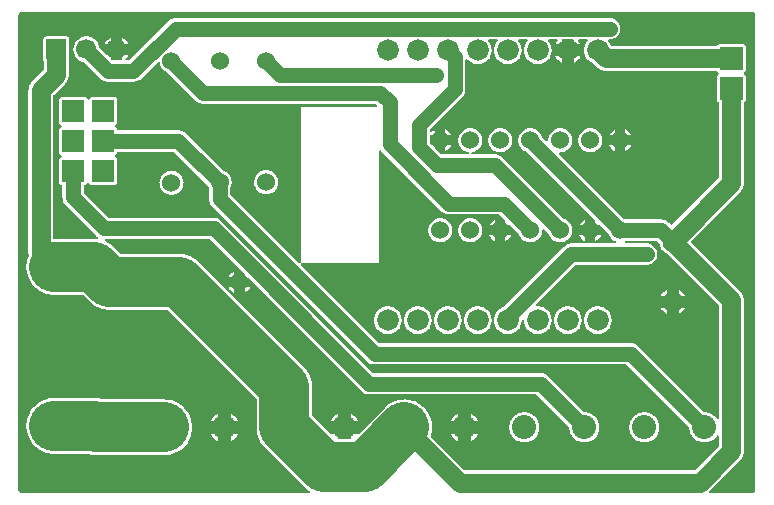
<source format=gtl>
G04 Layer: TopLayer*
G04 EasyEDA v6.4.20.6, 2021-07-29T18:27:26+02:00*
G04 b234656e15784b60829a7703d43b9120,4245c91a3b6e4cf7aa995480f5c7e4a3,10*
G04 Gerber Generator version 0.2*
G04 Scale: 100 percent, Rotated: No, Reflected: No *
G04 Dimensions in millimeters *
G04 leading zeros omitted , absolute positions ,4 integer and 5 decimal *
%FSLAX45Y45*%
%MOMM*%

%ADD11C,1.6000*%
%ADD12C,1.3000*%
%ADD13C,4.2000*%
%ADD14C,1.0000*%
%ADD15C,0.7000*%
%ADD17C,1.7000*%
%ADD18C,1.8288*%
%ADD19C,1.5240*%
%ADD21C,2.0320*%
%ADD22C,1.7780*%
%ADD23R,1.8796X1.8796*%
%ADD24C,2.0000*%

%LPD*%
G36*
X5826963Y11574526D02*
G01*
X5822950Y11575694D01*
X5819800Y11578386D01*
X5810250Y11590578D01*
X5799378Y11601450D01*
X5787288Y11610898D01*
X5774131Y11618874D01*
X5760110Y11625173D01*
X5745429Y11629745D01*
X5730341Y11632488D01*
X5719876Y11633149D01*
X5716320Y11634012D01*
X5713323Y11636095D01*
X5156962Y12192406D01*
X5147614Y12200636D01*
X5137302Y12207443D01*
X5128666Y12211710D01*
X5126126Y12212777D01*
X5114340Y12216536D01*
X5102148Y12218670D01*
X5092446Y12219178D01*
X2964535Y12219178D01*
X2960624Y12219940D01*
X2957372Y12222124D01*
X2298954Y12880543D01*
X2296769Y12883794D01*
X2296007Y12887706D01*
X2296769Y12891617D01*
X2298954Y12894868D01*
X2302256Y12897104D01*
X2306167Y12897866D01*
X2958084Y12897866D01*
X2959100Y12898882D01*
X2959100Y13841780D01*
X2959963Y13845895D01*
X2962402Y13849299D01*
X2966008Y13851432D01*
X2970174Y13851890D01*
X2974187Y13850670D01*
X2977337Y13847927D01*
X2979928Y13844524D01*
X2986379Y13837412D01*
X3486912Y13336879D01*
X3496259Y13328650D01*
X3506571Y13321842D01*
X3515207Y13317575D01*
X3517747Y13316508D01*
X3529533Y13312749D01*
X3541725Y13310616D01*
X3551428Y13310107D01*
X3973423Y13310107D01*
X3977335Y13309346D01*
X3980637Y13307161D01*
X4028287Y13259460D01*
X4030472Y13256158D01*
X4031234Y13252246D01*
X4031234Y13219430D01*
X4064050Y13219430D01*
X4067911Y13218668D01*
X4071213Y13216432D01*
X4142587Y13145007D01*
X4144975Y13141198D01*
X4147058Y13135203D01*
X4153204Y13123062D01*
X4160875Y13111886D01*
X4170019Y13101777D01*
X4180382Y13092988D01*
X4191863Y13085673D01*
X4204208Y13079933D01*
X4217212Y13075919D01*
X4230624Y13073684D01*
X4244187Y13073227D01*
X4257751Y13074548D01*
X4270959Y13077698D01*
X4283659Y13082625D01*
X4295597Y13089128D01*
X4306519Y13097205D01*
X4316323Y13106654D01*
X4324756Y13117372D01*
X4331665Y13129056D01*
X4336999Y13141553D01*
X4340606Y13154710D01*
X4342384Y13168172D01*
X4342384Y13174624D01*
X4343196Y13178536D01*
X4345381Y13181838D01*
X4348683Y13184022D01*
X4352544Y13184784D01*
X4356455Y13184022D01*
X4359757Y13181838D01*
X4396587Y13144957D01*
X4398975Y13141147D01*
X4401058Y13135203D01*
X4407204Y13123062D01*
X4414875Y13111886D01*
X4424019Y13101777D01*
X4434382Y13092988D01*
X4445863Y13085673D01*
X4458208Y13079933D01*
X4471212Y13075919D01*
X4484624Y13073684D01*
X4498187Y13073227D01*
X4511751Y13074548D01*
X4524959Y13077698D01*
X4537659Y13082625D01*
X4549597Y13089128D01*
X4560519Y13097205D01*
X4570323Y13106654D01*
X4578756Y13117372D01*
X4585665Y13129056D01*
X4590999Y13141553D01*
X4594606Y13154710D01*
X4596384Y13168172D01*
X4596384Y13181787D01*
X4594606Y13195249D01*
X4590999Y13208406D01*
X4585665Y13220903D01*
X4578756Y13232587D01*
X4570323Y13243306D01*
X4560519Y13252754D01*
X4549597Y13260832D01*
X4537659Y13267334D01*
X4528210Y13270992D01*
X4524705Y13273278D01*
X4008120Y13789812D01*
X3998772Y13798042D01*
X3988460Y13804849D01*
X3979824Y13809116D01*
X3977284Y13810183D01*
X3965498Y13813942D01*
X3953306Y13816076D01*
X3943604Y13816584D01*
X3752240Y13816584D01*
X3748125Y13817447D01*
X3744722Y13819886D01*
X3742588Y13823492D01*
X3742131Y13827658D01*
X3743350Y13831620D01*
X3746093Y13834821D01*
X3749903Y13836599D01*
X3762959Y13839698D01*
X3775659Y13844625D01*
X3787597Y13851128D01*
X3798519Y13859205D01*
X3808323Y13868654D01*
X3816756Y13879372D01*
X3823665Y13891056D01*
X3828999Y13903553D01*
X3832606Y13916710D01*
X3834384Y13930172D01*
X3834384Y13943787D01*
X3832606Y13957249D01*
X3828999Y13970406D01*
X3823665Y13982903D01*
X3816756Y13994587D01*
X3808323Y14005306D01*
X3798519Y14014754D01*
X3787597Y14022832D01*
X3775659Y14029334D01*
X3762959Y14034262D01*
X3749751Y14037411D01*
X3736187Y14038732D01*
X3722624Y14038275D01*
X3709212Y14036040D01*
X3696208Y14032026D01*
X3683863Y14026286D01*
X3672382Y14018971D01*
X3662019Y14010182D01*
X3652875Y14000073D01*
X3645204Y13988897D01*
X3639058Y13976756D01*
X3634587Y13963904D01*
X3631895Y13950543D01*
X3630980Y13936980D01*
X3631895Y13923416D01*
X3634587Y13910056D01*
X3639058Y13897203D01*
X3645204Y13885062D01*
X3652875Y13873886D01*
X3662019Y13863777D01*
X3672382Y13854988D01*
X3683863Y13847673D01*
X3696208Y13841933D01*
X3709212Y13837919D01*
X3716223Y13836751D01*
X3720185Y13835126D01*
X3723182Y13832078D01*
X3724605Y13828013D01*
X3724249Y13823746D01*
X3722166Y13820038D01*
X3718712Y13817447D01*
X3714546Y13816584D01*
X3491077Y13816584D01*
X3487165Y13817346D01*
X3483914Y13819530D01*
X3437331Y13866113D01*
X3435096Y13869416D01*
X3434334Y13873276D01*
X3434334Y13892530D01*
X3415131Y13892530D01*
X3411220Y13893292D01*
X3407918Y13895527D01*
X3392322Y13911122D01*
X3390137Y13914374D01*
X3389376Y13918285D01*
X3389376Y13971269D01*
X3390137Y13975181D01*
X3392322Y13978432D01*
X3395624Y13980668D01*
X3399536Y13981430D01*
X3434334Y13981430D01*
X3434334Y14028369D01*
X3429863Y14026286D01*
X3418382Y14018971D01*
X3403803Y14006728D01*
X3399840Y14005763D01*
X3395878Y14006474D01*
X3392424Y14008607D01*
X3390137Y14011960D01*
X3389376Y14015923D01*
X3389376Y14023492D01*
X3390137Y14027404D01*
X3392322Y14030655D01*
X3664356Y14302740D01*
X3672586Y14312087D01*
X3679393Y14322399D01*
X3683660Y14331035D01*
X3684727Y14333575D01*
X3688486Y14345361D01*
X3690620Y14357553D01*
X3691128Y14367256D01*
X3691128Y14615718D01*
X3691890Y14619681D01*
X3694176Y14622983D01*
X3697528Y14625167D01*
X3701491Y14625878D01*
X3705402Y14625015D01*
X3708654Y14622678D01*
X3717137Y14613636D01*
X3728465Y14604288D01*
X3740912Y14596363D01*
X3754221Y14590115D01*
X3768191Y14585594D01*
X3782618Y14582851D01*
X3797300Y14581886D01*
X3811981Y14582851D01*
X3826408Y14585594D01*
X3840378Y14590115D01*
X3853687Y14596363D01*
X3866134Y14604288D01*
X3877462Y14613636D01*
X3887520Y14624354D01*
X3896156Y14636242D01*
X3903218Y14649145D01*
X3908653Y14662810D01*
X3912311Y14677034D01*
X3914241Y14692223D01*
X3915562Y14696186D01*
X3918153Y14698980D01*
X3915562Y14701774D01*
X3914241Y14705736D01*
X3912311Y14720925D01*
X3908653Y14735149D01*
X3903218Y14748814D01*
X3896156Y14761718D01*
X3887063Y14774113D01*
X3884980Y14777415D01*
X3884320Y14781276D01*
X3885133Y14785086D01*
X3887368Y14788286D01*
X3890619Y14790470D01*
X3894480Y14791182D01*
X3954119Y14791182D01*
X3957980Y14790470D01*
X3961231Y14788286D01*
X3963466Y14785086D01*
X3964279Y14781276D01*
X3963619Y14777415D01*
X3961079Y14773605D01*
X3952443Y14761718D01*
X3945382Y14748814D01*
X3939946Y14735149D01*
X3936288Y14720925D01*
X3934358Y14705736D01*
X3933037Y14701774D01*
X3930446Y14698980D01*
X3933037Y14696186D01*
X3934358Y14692223D01*
X3936288Y14677034D01*
X3939946Y14662810D01*
X3945382Y14649145D01*
X3952443Y14636242D01*
X3961079Y14624354D01*
X3971137Y14613636D01*
X3982465Y14604288D01*
X3994912Y14596363D01*
X4008221Y14590115D01*
X4022191Y14585594D01*
X4036618Y14582851D01*
X4051300Y14581886D01*
X4065981Y14582851D01*
X4080408Y14585594D01*
X4094378Y14590115D01*
X4107687Y14596363D01*
X4120134Y14604288D01*
X4131462Y14613636D01*
X4141520Y14624354D01*
X4150156Y14636242D01*
X4157218Y14649145D01*
X4162653Y14662810D01*
X4166311Y14677034D01*
X4168241Y14692223D01*
X4169562Y14696186D01*
X4172153Y14698980D01*
X4169562Y14701774D01*
X4168241Y14705736D01*
X4166311Y14720925D01*
X4162653Y14735149D01*
X4157218Y14748814D01*
X4150156Y14761718D01*
X4141063Y14774113D01*
X4138980Y14777415D01*
X4138320Y14781276D01*
X4139133Y14785086D01*
X4141368Y14788286D01*
X4144619Y14790470D01*
X4148480Y14791182D01*
X4208119Y14791182D01*
X4211980Y14790470D01*
X4215231Y14788286D01*
X4217466Y14785086D01*
X4218279Y14781276D01*
X4217619Y14777415D01*
X4215079Y14773605D01*
X4206443Y14761718D01*
X4199382Y14748814D01*
X4193946Y14735149D01*
X4190288Y14720925D01*
X4188358Y14705736D01*
X4187037Y14701774D01*
X4184446Y14698980D01*
X4187037Y14696186D01*
X4188358Y14692223D01*
X4190288Y14677034D01*
X4193946Y14662810D01*
X4199382Y14649145D01*
X4206443Y14636242D01*
X4215079Y14624354D01*
X4225137Y14613636D01*
X4236466Y14604288D01*
X4248912Y14596363D01*
X4262221Y14590115D01*
X4276191Y14585594D01*
X4290618Y14582851D01*
X4305300Y14581886D01*
X4319981Y14582851D01*
X4334408Y14585594D01*
X4348378Y14590115D01*
X4361688Y14596363D01*
X4374134Y14604288D01*
X4385462Y14613636D01*
X4395520Y14624354D01*
X4404156Y14636242D01*
X4411218Y14649145D01*
X4416653Y14662810D01*
X4420311Y14677034D01*
X4422140Y14691613D01*
X4422140Y14706346D01*
X4420311Y14720925D01*
X4416653Y14735149D01*
X4411218Y14748814D01*
X4404156Y14761718D01*
X4395063Y14774113D01*
X4392980Y14777415D01*
X4392320Y14781276D01*
X4393133Y14785086D01*
X4395368Y14788286D01*
X4398619Y14790470D01*
X4402480Y14791182D01*
X4462119Y14791182D01*
X4465980Y14790470D01*
X4469231Y14788286D01*
X4471466Y14785086D01*
X4472279Y14781276D01*
X4471619Y14777415D01*
X4469079Y14773605D01*
X4460443Y14761718D01*
X4454601Y14751050D01*
X4507230Y14751050D01*
X4507230Y14781022D01*
X4507992Y14784933D01*
X4510227Y14788235D01*
X4513478Y14790419D01*
X4517390Y14791182D01*
X4601210Y14791182D01*
X4605121Y14790419D01*
X4608372Y14788235D01*
X4610608Y14784933D01*
X4611370Y14781022D01*
X4611370Y14751050D01*
X4663998Y14751050D01*
X4658156Y14761718D01*
X4649063Y14774113D01*
X4646980Y14777415D01*
X4646320Y14781276D01*
X4647133Y14785086D01*
X4649368Y14788286D01*
X4652619Y14790470D01*
X4656480Y14791182D01*
X4716119Y14791182D01*
X4719980Y14790470D01*
X4723231Y14788286D01*
X4725466Y14785086D01*
X4726279Y14781276D01*
X4725619Y14777415D01*
X4723079Y14773605D01*
X4714443Y14761718D01*
X4707382Y14748814D01*
X4701946Y14735149D01*
X4698288Y14720925D01*
X4696460Y14706346D01*
X4696460Y14691613D01*
X4698288Y14677034D01*
X4701946Y14662810D01*
X4707382Y14649145D01*
X4714443Y14636242D01*
X4723079Y14624354D01*
X4733137Y14613636D01*
X4744466Y14604288D01*
X4756912Y14596363D01*
X4770221Y14590115D01*
X4773828Y14588642D01*
X4775657Y14587169D01*
X4806950Y14555927D01*
X4817567Y14546580D01*
X4829048Y14538909D01*
X4841443Y14532813D01*
X4854549Y14528342D01*
X4868113Y14525650D01*
X4882235Y14524736D01*
X5817158Y14524736D01*
X5820511Y14524177D01*
X5823508Y14522551D01*
X5825794Y14520011D01*
X5827064Y14517928D01*
X5831128Y14513864D01*
X5834126Y14511985D01*
X5837072Y14509191D01*
X5838647Y14505432D01*
X5838647Y14501368D01*
X5837072Y14497608D01*
X5834126Y14494814D01*
X5831128Y14492935D01*
X5827064Y14488871D01*
X5824016Y14484045D01*
X5822137Y14478609D01*
X5821426Y14472361D01*
X5821426Y14280438D01*
X5822137Y14274190D01*
X5824016Y14268754D01*
X5827064Y14263928D01*
X5831128Y14259864D01*
X5833211Y14258594D01*
X5835751Y14256308D01*
X5837377Y14253311D01*
X5837936Y14249958D01*
X5837936Y13621715D01*
X5837174Y13617854D01*
X5834989Y13614552D01*
X5444896Y13224459D01*
X5441594Y13222274D01*
X5437682Y13221462D01*
X5433822Y13222274D01*
X5430520Y13224459D01*
X5416042Y13238886D01*
X5406694Y13247116D01*
X5396382Y13253923D01*
X5387746Y13258190D01*
X5385206Y13259257D01*
X5373420Y13263016D01*
X5361228Y13265150D01*
X5351526Y13265657D01*
X5051399Y13265657D01*
X5048859Y13265962D01*
X5036210Y13270992D01*
X5032705Y13273278D01*
X4488027Y13817955D01*
X4485792Y13821308D01*
X4485030Y13825270D01*
X4485894Y13829182D01*
X4488180Y13832484D01*
X4491583Y13834618D01*
X4495546Y13835278D01*
X4498187Y13835227D01*
X4511751Y13836548D01*
X4524959Y13839698D01*
X4537659Y13844625D01*
X4549597Y13851128D01*
X4560519Y13859205D01*
X4570323Y13868654D01*
X4578756Y13879372D01*
X4585665Y13891056D01*
X4590999Y13903553D01*
X4594606Y13916710D01*
X4596384Y13930172D01*
X4596384Y13943787D01*
X4594606Y13957249D01*
X4590999Y13970406D01*
X4585665Y13982903D01*
X4578756Y13994587D01*
X4570323Y14005306D01*
X4560519Y14014754D01*
X4549597Y14022832D01*
X4537659Y14029334D01*
X4524959Y14034262D01*
X4511751Y14037411D01*
X4498187Y14038732D01*
X4484624Y14038275D01*
X4471212Y14036040D01*
X4458208Y14032026D01*
X4445863Y14026286D01*
X4434382Y14018971D01*
X4424019Y14010182D01*
X4414875Y14000073D01*
X4407204Y13988897D01*
X4401058Y13976756D01*
X4396587Y13963904D01*
X4393895Y13950543D01*
X4392980Y13936827D01*
X4391964Y13933119D01*
X4389678Y13930020D01*
X4386376Y13927988D01*
X4382617Y13927378D01*
X4378807Y13928191D01*
X4375658Y13930325D01*
X4339437Y13966545D01*
X4337253Y13969746D01*
X4331665Y13982903D01*
X4324756Y13994587D01*
X4316323Y14005306D01*
X4306519Y14014754D01*
X4295597Y14022832D01*
X4283659Y14029334D01*
X4270959Y14034262D01*
X4257751Y14037411D01*
X4244187Y14038732D01*
X4230624Y14038275D01*
X4217212Y14036040D01*
X4204208Y14032026D01*
X4191863Y14026286D01*
X4180382Y14018971D01*
X4170019Y14010182D01*
X4160875Y14000073D01*
X4153204Y13988897D01*
X4147058Y13976756D01*
X4142587Y13963904D01*
X4139895Y13950543D01*
X4138980Y13936980D01*
X4139895Y13923416D01*
X4142587Y13910056D01*
X4147058Y13897203D01*
X4153204Y13885062D01*
X4160875Y13873886D01*
X4170019Y13863777D01*
X4180382Y13854988D01*
X4191863Y13847673D01*
X4204208Y13841933D01*
X4208983Y13840155D01*
X4210913Y13838631D01*
X4790287Y13259307D01*
X4792472Y13256006D01*
X4793234Y13252094D01*
X4793234Y13219430D01*
X4825898Y13219430D01*
X4829810Y13218668D01*
X4833112Y13216432D01*
X4904587Y13144957D01*
X4906975Y13141147D01*
X4909058Y13135203D01*
X4915204Y13123062D01*
X4922875Y13111886D01*
X4932019Y13101777D01*
X4942382Y13092988D01*
X4953863Y13085673D01*
X4960010Y13082828D01*
X4963160Y13080542D01*
X4965242Y13077240D01*
X4965903Y13073380D01*
X4965039Y13069569D01*
X4962804Y13066318D01*
X4959553Y13064185D01*
X4955743Y13063474D01*
X4796383Y13063474D01*
X4792065Y13064439D01*
X4789830Y13066115D01*
X4786985Y13064236D01*
X4783074Y13063474D01*
X4714494Y13063474D01*
X4710633Y13064236D01*
X4708144Y13065861D01*
X4705553Y13064185D01*
X4701743Y13063474D01*
X4588510Y13063474D01*
X4578807Y13062965D01*
X4566615Y13060832D01*
X4554829Y13057073D01*
X4552289Y13056006D01*
X4543653Y13051739D01*
X4533341Y13044932D01*
X4523994Y13036702D01*
X4011117Y12523876D01*
X4008272Y12521844D01*
X3994912Y12515596D01*
X3982465Y12507671D01*
X3971137Y12498324D01*
X3961079Y12487605D01*
X3952443Y12475718D01*
X3945382Y12462814D01*
X3939946Y12449149D01*
X3936288Y12434925D01*
X3934358Y12419736D01*
X3933037Y12415774D01*
X3930446Y12412980D01*
X3933037Y12410186D01*
X3934358Y12406223D01*
X3936288Y12391034D01*
X3939946Y12376810D01*
X3945382Y12363145D01*
X3952443Y12350242D01*
X3961079Y12338354D01*
X3971137Y12327636D01*
X3982465Y12318288D01*
X3994912Y12310364D01*
X4008221Y12304115D01*
X4022191Y12299594D01*
X4036618Y12296851D01*
X4051300Y12295886D01*
X4065981Y12296851D01*
X4080408Y12299594D01*
X4094378Y12304115D01*
X4107687Y12310364D01*
X4120134Y12318288D01*
X4131462Y12327636D01*
X4141520Y12338354D01*
X4150156Y12350242D01*
X4157218Y12363145D01*
X4162653Y12376810D01*
X4166311Y12391034D01*
X4168241Y12406223D01*
X4169562Y12410186D01*
X4172407Y12413234D01*
X4176217Y12414910D01*
X4180382Y12414910D01*
X4184192Y12413234D01*
X4187037Y12410186D01*
X4188358Y12406223D01*
X4190288Y12391034D01*
X4193946Y12376810D01*
X4199382Y12363145D01*
X4206443Y12350242D01*
X4215079Y12338354D01*
X4225137Y12327636D01*
X4236466Y12318288D01*
X4248912Y12310364D01*
X4262221Y12304115D01*
X4276191Y12299594D01*
X4290618Y12296851D01*
X4305300Y12295886D01*
X4319981Y12296851D01*
X4334408Y12299594D01*
X4348378Y12304115D01*
X4361688Y12310364D01*
X4374134Y12318288D01*
X4385462Y12327636D01*
X4395520Y12338354D01*
X4404156Y12350242D01*
X4411218Y12363145D01*
X4416653Y12376810D01*
X4420311Y12391034D01*
X4422241Y12406223D01*
X4423562Y12410186D01*
X4426153Y12412980D01*
X4423562Y12415774D01*
X4422241Y12419736D01*
X4420311Y12434925D01*
X4416653Y12449149D01*
X4411218Y12462814D01*
X4404156Y12475718D01*
X4395520Y12487605D01*
X4385462Y12498324D01*
X4374134Y12507671D01*
X4361688Y12515596D01*
X4348378Y12521844D01*
X4334408Y12526365D01*
X4319981Y12529108D01*
X4305300Y12530074D01*
X4298442Y12529616D01*
X4294378Y12530175D01*
X4290923Y12532258D01*
X4288536Y12535560D01*
X4287621Y12539573D01*
X4288383Y12543536D01*
X4290618Y12546939D01*
X4622850Y12879171D01*
X4626102Y12881356D01*
X4630013Y12882118D01*
X5226202Y12882118D01*
X5238902Y12883032D01*
X5250992Y12885521D01*
X5262676Y12889687D01*
X5273649Y12895376D01*
X5283758Y12902488D01*
X5292801Y12910921D01*
X5300624Y12920522D01*
X5307025Y12931089D01*
X5311952Y12942468D01*
X5315305Y12954355D01*
X5316982Y12966598D01*
X5316982Y12978993D01*
X5315305Y12991236D01*
X5311952Y13003123D01*
X5307025Y13014502D01*
X5300624Y13025069D01*
X5292801Y13034670D01*
X5283758Y13043103D01*
X5273649Y13050215D01*
X5262676Y13055904D01*
X5250992Y13060070D01*
X5238902Y13062559D01*
X5226202Y13063474D01*
X5050383Y13063474D01*
X5046065Y13064439D01*
X5042560Y13067131D01*
X5040528Y13071094D01*
X5040376Y13075513D01*
X5042154Y13079577D01*
X5046522Y13083082D01*
X5048859Y13083997D01*
X5051399Y13084302D01*
X5310022Y13084302D01*
X5313934Y13083540D01*
X5317185Y13081355D01*
X5332526Y13066064D01*
X5334457Y13063321D01*
X5335422Y13060121D01*
X5335778Y13057022D01*
X5339384Y13043052D01*
X5344668Y13029692D01*
X5351576Y13017093D01*
X5360060Y13005460D01*
X5369915Y12994944D01*
X5380990Y12985800D01*
X5393131Y12978079D01*
X5403088Y12973405D01*
X5405932Y12971373D01*
X5834989Y12542367D01*
X5837174Y12539065D01*
X5837936Y12535204D01*
X5837936Y11584635D01*
X5837072Y11580571D01*
X5834684Y11577167D01*
X5831078Y11575034D01*
G37*

%LPC*%
G36*
X4793234Y13083489D02*
G01*
X4803597Y13089128D01*
X4814519Y13097205D01*
X4824323Y13106654D01*
X4832756Y13117372D01*
X4839665Y13129056D01*
X4840325Y13130530D01*
X4793234Y13130530D01*
G37*
G36*
X3289300Y12295886D02*
G01*
X3303981Y12296851D01*
X3318408Y12299594D01*
X3332378Y12304115D01*
X3345687Y12310364D01*
X3358134Y12318288D01*
X3369462Y12327636D01*
X3379520Y12338354D01*
X3388156Y12350242D01*
X3395218Y12363145D01*
X3400653Y12376810D01*
X3404311Y12391034D01*
X3406241Y12406223D01*
X3407562Y12410186D01*
X3410153Y12412980D01*
X3407562Y12415774D01*
X3406241Y12419736D01*
X3404311Y12434925D01*
X3400653Y12449149D01*
X3395218Y12462814D01*
X3388156Y12475718D01*
X3379520Y12487605D01*
X3369462Y12498324D01*
X3358134Y12507671D01*
X3345687Y12515596D01*
X3332378Y12521844D01*
X3318408Y12526365D01*
X3303981Y12529108D01*
X3289300Y12530074D01*
X3274618Y12529108D01*
X3260191Y12526365D01*
X3246221Y12521844D01*
X3232912Y12515596D01*
X3220466Y12507671D01*
X3209137Y12498324D01*
X3199079Y12487605D01*
X3190443Y12475718D01*
X3183382Y12462814D01*
X3177946Y12449149D01*
X3174288Y12434925D01*
X3172358Y12419736D01*
X3171037Y12415774D01*
X3168446Y12412980D01*
X3171037Y12410186D01*
X3172358Y12406223D01*
X3174288Y12391034D01*
X3177946Y12376810D01*
X3183382Y12363145D01*
X3190443Y12350242D01*
X3199079Y12338354D01*
X3209137Y12327636D01*
X3220466Y12318288D01*
X3232912Y12310364D01*
X3246221Y12304115D01*
X3260191Y12299594D01*
X3274618Y12296851D01*
G37*
G36*
X3543300Y12295886D02*
G01*
X3557981Y12296851D01*
X3572408Y12299594D01*
X3586378Y12304115D01*
X3599687Y12310364D01*
X3612134Y12318288D01*
X3623462Y12327636D01*
X3633520Y12338354D01*
X3642156Y12350242D01*
X3649218Y12363145D01*
X3654653Y12376810D01*
X3658311Y12391034D01*
X3660241Y12406223D01*
X3661562Y12410186D01*
X3664153Y12412980D01*
X3661562Y12415774D01*
X3660241Y12419736D01*
X3658311Y12434925D01*
X3654653Y12449149D01*
X3649218Y12462814D01*
X3642156Y12475718D01*
X3633520Y12487605D01*
X3623462Y12498324D01*
X3612134Y12507671D01*
X3599687Y12515596D01*
X3586378Y12521844D01*
X3572408Y12526365D01*
X3557981Y12529108D01*
X3543300Y12530074D01*
X3528618Y12529108D01*
X3514191Y12526365D01*
X3500221Y12521844D01*
X3486912Y12515596D01*
X3474465Y12507671D01*
X3463137Y12498324D01*
X3453079Y12487605D01*
X3444443Y12475718D01*
X3437382Y12462814D01*
X3431946Y12449149D01*
X3428288Y12434925D01*
X3426358Y12419736D01*
X3425037Y12415774D01*
X3422446Y12412980D01*
X3425037Y12410186D01*
X3426358Y12406223D01*
X3428288Y12391034D01*
X3431946Y12376810D01*
X3437382Y12363145D01*
X3444443Y12350242D01*
X3453079Y12338354D01*
X3463137Y12327636D01*
X3474465Y12318288D01*
X3486912Y12310364D01*
X3500221Y12304115D01*
X3514191Y12299594D01*
X3528618Y12296851D01*
G37*
G36*
X4507230Y14594332D02*
G01*
X4507230Y14646910D01*
X4454601Y14646910D01*
X4460443Y14636242D01*
X4469079Y14624354D01*
X4479137Y14613636D01*
X4490466Y14604288D01*
X4502912Y14596363D01*
G37*
G36*
X3523234Y13981430D02*
G01*
X3570325Y13981430D01*
X3569665Y13982903D01*
X3562756Y13994587D01*
X3554323Y14005306D01*
X3544519Y14014754D01*
X3533597Y14022832D01*
X3523234Y14028470D01*
G37*
G36*
X5397500Y12468047D02*
G01*
X5397500Y12519660D01*
X5345785Y12519660D01*
X5351576Y12509093D01*
X5360060Y12497460D01*
X5369915Y12486944D01*
X5380990Y12477800D01*
X5393131Y12470079D01*
G37*
G36*
X5499100Y12468047D02*
G01*
X5503468Y12470079D01*
X5515610Y12477800D01*
X5526684Y12486944D01*
X5536539Y12497460D01*
X5545023Y12509093D01*
X5550814Y12519660D01*
X5499100Y12519660D01*
G37*
G36*
X5047234Y13981430D02*
G01*
X5094325Y13981430D01*
X5093665Y13982903D01*
X5086756Y13994587D01*
X5078323Y14005306D01*
X5068519Y14014754D01*
X5057597Y14022832D01*
X5047234Y14028470D01*
G37*
G36*
X5345785Y12621260D02*
G01*
X5397500Y12621260D01*
X5397500Y12672872D01*
X5393131Y12670840D01*
X5380990Y12663119D01*
X5369915Y12653975D01*
X5360060Y12643459D01*
X5351576Y12631826D01*
G37*
G36*
X5499100Y12621260D02*
G01*
X5550814Y12621260D01*
X5545023Y12631826D01*
X5536539Y12643459D01*
X5526684Y12653975D01*
X5515610Y12663119D01*
X5503468Y12670840D01*
X5499100Y12672872D01*
G37*
G36*
X3482187Y13073227D02*
G01*
X3495751Y13074548D01*
X3508959Y13077698D01*
X3521659Y13082625D01*
X3533597Y13089128D01*
X3544519Y13097205D01*
X3554323Y13106654D01*
X3562756Y13117372D01*
X3569665Y13129056D01*
X3574999Y13141553D01*
X3578606Y13154710D01*
X3580384Y13168172D01*
X3580384Y13181787D01*
X3578606Y13195249D01*
X3574999Y13208406D01*
X3569665Y13220903D01*
X3562756Y13232587D01*
X3554323Y13243306D01*
X3544519Y13252754D01*
X3533597Y13260832D01*
X3521659Y13267334D01*
X3508959Y13272262D01*
X3495751Y13275411D01*
X3482187Y13276732D01*
X3468624Y13276275D01*
X3455212Y13274040D01*
X3442208Y13270026D01*
X3429863Y13264286D01*
X3418382Y13256971D01*
X3408019Y13248182D01*
X3398875Y13238073D01*
X3391204Y13226897D01*
X3385058Y13214756D01*
X3380587Y13201904D01*
X3377895Y13188543D01*
X3376980Y13174980D01*
X3377895Y13161416D01*
X3380587Y13148056D01*
X3385058Y13135203D01*
X3391204Y13123062D01*
X3398875Y13111886D01*
X3408019Y13101777D01*
X3418382Y13092988D01*
X3429863Y13085673D01*
X3442208Y13079933D01*
X3455212Y13075919D01*
X3468624Y13073684D01*
G37*
G36*
X4611370Y14594332D02*
G01*
X4615688Y14596363D01*
X4628134Y14604288D01*
X4639462Y14613636D01*
X4649520Y14624354D01*
X4658156Y14636242D01*
X4663998Y14646910D01*
X4611370Y14646910D01*
G37*
G36*
X3035300Y12295886D02*
G01*
X3049981Y12296851D01*
X3064408Y12299594D01*
X3078378Y12304115D01*
X3091688Y12310364D01*
X3104134Y12318288D01*
X3115462Y12327636D01*
X3125520Y12338354D01*
X3134156Y12350242D01*
X3141218Y12363145D01*
X3146653Y12376810D01*
X3150311Y12391034D01*
X3152241Y12406223D01*
X3153562Y12410186D01*
X3156153Y12412980D01*
X3153562Y12415774D01*
X3152241Y12419736D01*
X3150311Y12434925D01*
X3146653Y12449149D01*
X3141218Y12462814D01*
X3134156Y12475718D01*
X3125520Y12487605D01*
X3115462Y12498324D01*
X3104134Y12507671D01*
X3091688Y12515596D01*
X3078378Y12521844D01*
X3064408Y12526365D01*
X3049981Y12529108D01*
X3035300Y12530074D01*
X3020618Y12529108D01*
X3006191Y12526365D01*
X2992221Y12521844D01*
X2978912Y12515596D01*
X2966466Y12507671D01*
X2955137Y12498324D01*
X2945079Y12487605D01*
X2936443Y12475718D01*
X2929382Y12462814D01*
X2923946Y12449149D01*
X2920288Y12434925D01*
X2918460Y12420346D01*
X2918460Y12405614D01*
X2920288Y12391034D01*
X2923946Y12376810D01*
X2929382Y12363145D01*
X2936443Y12350242D01*
X2945079Y12338354D01*
X2955137Y12327636D01*
X2966466Y12318288D01*
X2978912Y12310364D01*
X2992221Y12304115D01*
X3006191Y12299594D01*
X3020618Y12296851D01*
G37*
G36*
X4911394Y13981430D02*
G01*
X4958334Y13981430D01*
X4958334Y14028369D01*
X4953863Y14026286D01*
X4942382Y14018971D01*
X4932019Y14010182D01*
X4922875Y14000073D01*
X4915204Y13988897D01*
G37*
G36*
X4958334Y13845590D02*
G01*
X4958334Y13892530D01*
X4911394Y13892530D01*
X4915204Y13885062D01*
X4922875Y13873886D01*
X4932019Y13863777D01*
X4942382Y13854988D01*
X4953863Y13847673D01*
G37*
G36*
X3523234Y13845489D02*
G01*
X3533597Y13851128D01*
X3544519Y13859205D01*
X3554323Y13868654D01*
X3562756Y13879372D01*
X3569665Y13891056D01*
X3570325Y13892530D01*
X3523234Y13892530D01*
G37*
G36*
X3736187Y13073227D02*
G01*
X3749751Y13074548D01*
X3762959Y13077698D01*
X3775659Y13082625D01*
X3787597Y13089128D01*
X3798519Y13097205D01*
X3808323Y13106654D01*
X3816756Y13117372D01*
X3823665Y13129056D01*
X3828999Y13141553D01*
X3832606Y13154710D01*
X3834384Y13168172D01*
X3834384Y13181787D01*
X3832606Y13195249D01*
X3828999Y13208406D01*
X3823665Y13220903D01*
X3816756Y13232587D01*
X3808323Y13243306D01*
X3798519Y13252754D01*
X3787597Y13260832D01*
X3775659Y13267334D01*
X3762959Y13272262D01*
X3749751Y13275411D01*
X3736187Y13276732D01*
X3722624Y13276275D01*
X3709212Y13274040D01*
X3696208Y13270026D01*
X3683863Y13264286D01*
X3672382Y13256971D01*
X3662019Y13248182D01*
X3652875Y13238073D01*
X3645204Y13226897D01*
X3639058Y13214756D01*
X3634587Y13201904D01*
X3631895Y13188543D01*
X3630980Y13174980D01*
X3631895Y13161416D01*
X3634587Y13148056D01*
X3639058Y13135203D01*
X3645204Y13123062D01*
X3652875Y13111886D01*
X3662019Y13101777D01*
X3672382Y13092988D01*
X3683863Y13085673D01*
X3696208Y13079933D01*
X3709212Y13075919D01*
X3722624Y13073684D01*
G37*
G36*
X5047234Y13845489D02*
G01*
X5057597Y13851128D01*
X5068519Y13859205D01*
X5078323Y13868654D01*
X5086756Y13879372D01*
X5093665Y13891056D01*
X5094325Y13892530D01*
X5047234Y13892530D01*
G37*
G36*
X4752187Y13835227D02*
G01*
X4765751Y13836548D01*
X4778959Y13839698D01*
X4791659Y13844625D01*
X4803597Y13851128D01*
X4814519Y13859205D01*
X4824323Y13868654D01*
X4832756Y13879372D01*
X4839665Y13891056D01*
X4844999Y13903553D01*
X4848606Y13916710D01*
X4850384Y13930172D01*
X4850384Y13943787D01*
X4848606Y13957249D01*
X4844999Y13970406D01*
X4839665Y13982903D01*
X4832756Y13994587D01*
X4824323Y14005306D01*
X4814519Y14014754D01*
X4803597Y14022832D01*
X4791659Y14029334D01*
X4778959Y14034262D01*
X4765751Y14037411D01*
X4752187Y14038732D01*
X4738624Y14038275D01*
X4725212Y14036040D01*
X4712208Y14032026D01*
X4699863Y14026286D01*
X4688382Y14018971D01*
X4678019Y14010182D01*
X4668875Y14000073D01*
X4661204Y13988897D01*
X4655058Y13976756D01*
X4650587Y13963904D01*
X4647895Y13950543D01*
X4646980Y13936980D01*
X4647895Y13923416D01*
X4650587Y13910056D01*
X4655058Y13897203D01*
X4661204Y13885062D01*
X4668875Y13873886D01*
X4678019Y13863777D01*
X4688382Y13854988D01*
X4699863Y13847673D01*
X4712208Y13841933D01*
X4725212Y13837919D01*
X4738624Y13835684D01*
G37*
G36*
X3990187Y13835227D02*
G01*
X4003751Y13836548D01*
X4016959Y13839698D01*
X4029659Y13844625D01*
X4041597Y13851128D01*
X4052519Y13859205D01*
X4062323Y13868654D01*
X4070756Y13879372D01*
X4077665Y13891056D01*
X4082999Y13903553D01*
X4086606Y13916710D01*
X4088384Y13930172D01*
X4088384Y13943787D01*
X4086606Y13957249D01*
X4082999Y13970406D01*
X4077665Y13982903D01*
X4070756Y13994587D01*
X4062323Y14005306D01*
X4052519Y14014754D01*
X4041597Y14022832D01*
X4029659Y14029334D01*
X4016959Y14034262D01*
X4003751Y14037411D01*
X3990187Y14038732D01*
X3976624Y14038275D01*
X3963212Y14036040D01*
X3950208Y14032026D01*
X3937863Y14026286D01*
X3926382Y14018971D01*
X3916019Y14010182D01*
X3906875Y14000073D01*
X3899204Y13988897D01*
X3893058Y13976756D01*
X3888587Y13963904D01*
X3885895Y13950543D01*
X3884980Y13936980D01*
X3885895Y13923416D01*
X3888587Y13910056D01*
X3893058Y13897203D01*
X3899204Y13885062D01*
X3906875Y13873886D01*
X3916019Y13863777D01*
X3926382Y13854988D01*
X3937863Y13847673D01*
X3950208Y13841933D01*
X3963212Y13837919D01*
X3976624Y13835684D01*
G37*
G36*
X4031234Y13083489D02*
G01*
X4041597Y13089128D01*
X4052519Y13097205D01*
X4062323Y13106654D01*
X4070756Y13117372D01*
X4077665Y13129056D01*
X4078325Y13130530D01*
X4031234Y13130530D01*
G37*
G36*
X4813300Y12295886D02*
G01*
X4827981Y12296851D01*
X4842408Y12299594D01*
X4856378Y12304115D01*
X4869688Y12310364D01*
X4882134Y12318288D01*
X4893462Y12327636D01*
X4903520Y12338354D01*
X4912156Y12350242D01*
X4919218Y12363145D01*
X4924653Y12376810D01*
X4928311Y12391034D01*
X4930140Y12405614D01*
X4930140Y12420346D01*
X4928311Y12434925D01*
X4924653Y12449149D01*
X4919218Y12462814D01*
X4912156Y12475718D01*
X4903520Y12487605D01*
X4893462Y12498324D01*
X4882134Y12507671D01*
X4869688Y12515596D01*
X4856378Y12521844D01*
X4842408Y12526365D01*
X4827981Y12529108D01*
X4813300Y12530074D01*
X4798618Y12529108D01*
X4784191Y12526365D01*
X4770221Y12521844D01*
X4756912Y12515596D01*
X4744466Y12507671D01*
X4733137Y12498324D01*
X4723079Y12487605D01*
X4714443Y12475718D01*
X4707382Y12462814D01*
X4701946Y12449149D01*
X4698288Y12434925D01*
X4696358Y12419736D01*
X4695037Y12415774D01*
X4692446Y12412980D01*
X4695037Y12410186D01*
X4696358Y12406223D01*
X4698288Y12391034D01*
X4701946Y12376810D01*
X4707382Y12363145D01*
X4714443Y12350242D01*
X4723079Y12338354D01*
X4733137Y12327636D01*
X4744466Y12318288D01*
X4756912Y12310364D01*
X4770221Y12304115D01*
X4784191Y12299594D01*
X4798618Y12296851D01*
G37*
G36*
X3942334Y13083590D02*
G01*
X3942334Y13130530D01*
X3895394Y13130530D01*
X3899204Y13123062D01*
X3906875Y13111886D01*
X3916019Y13101777D01*
X3926382Y13092988D01*
X3937863Y13085673D01*
G37*
G36*
X4704334Y13083590D02*
G01*
X4704334Y13130530D01*
X4657394Y13130530D01*
X4661204Y13123062D01*
X4668875Y13111886D01*
X4678019Y13101777D01*
X4688382Y13092988D01*
X4699863Y13085673D01*
G37*
G36*
X4559300Y12295886D02*
G01*
X4573981Y12296851D01*
X4588408Y12299594D01*
X4602378Y12304115D01*
X4615688Y12310364D01*
X4628134Y12318288D01*
X4639462Y12327636D01*
X4649520Y12338354D01*
X4658156Y12350242D01*
X4665218Y12363145D01*
X4670653Y12376810D01*
X4674311Y12391034D01*
X4676241Y12406223D01*
X4677562Y12410186D01*
X4680153Y12412980D01*
X4677562Y12415774D01*
X4676241Y12419736D01*
X4674311Y12434925D01*
X4670653Y12449149D01*
X4665218Y12462814D01*
X4658156Y12475718D01*
X4649520Y12487605D01*
X4639462Y12498324D01*
X4628134Y12507671D01*
X4615688Y12515596D01*
X4602378Y12521844D01*
X4588408Y12526365D01*
X4573981Y12529108D01*
X4559300Y12530074D01*
X4544618Y12529108D01*
X4530191Y12526365D01*
X4516221Y12521844D01*
X4502912Y12515596D01*
X4490466Y12507671D01*
X4479137Y12498324D01*
X4469079Y12487605D01*
X4460443Y12475718D01*
X4453382Y12462814D01*
X4447946Y12449149D01*
X4444288Y12434925D01*
X4442358Y12419736D01*
X4441037Y12415774D01*
X4438446Y12412980D01*
X4441037Y12410186D01*
X4442358Y12406223D01*
X4444288Y12391034D01*
X4447946Y12376810D01*
X4453382Y12363145D01*
X4460443Y12350242D01*
X4469079Y12338354D01*
X4479137Y12327636D01*
X4490466Y12318288D01*
X4502912Y12310364D01*
X4516221Y12304115D01*
X4530191Y12299594D01*
X4544618Y12296851D01*
G37*
G36*
X4657394Y13219430D02*
G01*
X4704334Y13219430D01*
X4704334Y13266369D01*
X4699863Y13264286D01*
X4688382Y13256971D01*
X4678019Y13248182D01*
X4668875Y13238073D01*
X4661204Y13226897D01*
G37*
G36*
X3895394Y13219430D02*
G01*
X3942334Y13219430D01*
X3942334Y13266369D01*
X3937863Y13264286D01*
X3926382Y13256971D01*
X3916019Y13248182D01*
X3906875Y13238073D01*
X3899204Y13226897D01*
G37*
G36*
X3797300Y12295886D02*
G01*
X3811981Y12296851D01*
X3826408Y12299594D01*
X3840378Y12304115D01*
X3853687Y12310364D01*
X3866134Y12318288D01*
X3877462Y12327636D01*
X3887520Y12338354D01*
X3896156Y12350242D01*
X3903218Y12363145D01*
X3908653Y12376810D01*
X3912311Y12391034D01*
X3914241Y12406223D01*
X3915562Y12410186D01*
X3918153Y12412980D01*
X3915562Y12415774D01*
X3914241Y12419736D01*
X3912311Y12434925D01*
X3908653Y12449149D01*
X3903218Y12462814D01*
X3896156Y12475718D01*
X3887520Y12487605D01*
X3877462Y12498324D01*
X3866134Y12507671D01*
X3853687Y12515596D01*
X3840378Y12521844D01*
X3826408Y12526365D01*
X3811981Y12529108D01*
X3797300Y12530074D01*
X3782618Y12529108D01*
X3768191Y12526365D01*
X3754221Y12521844D01*
X3740912Y12515596D01*
X3728465Y12507671D01*
X3717137Y12498324D01*
X3707079Y12487605D01*
X3698443Y12475718D01*
X3691382Y12462814D01*
X3685946Y12449149D01*
X3682288Y12434925D01*
X3680358Y12419736D01*
X3679037Y12415774D01*
X3676446Y12412980D01*
X3679037Y12410186D01*
X3680358Y12406223D01*
X3682288Y12391034D01*
X3685946Y12376810D01*
X3691382Y12363145D01*
X3698443Y12350242D01*
X3707079Y12338354D01*
X3717137Y12327636D01*
X3728465Y12318288D01*
X3740912Y12310364D01*
X3754221Y12304115D01*
X3768191Y12299594D01*
X3782618Y12296851D01*
G37*

%LPD*%
G36*
X3690823Y11143996D02*
G01*
X3686962Y11144758D01*
X3683660Y11146942D01*
X3402837Y11427764D01*
X3400755Y11430762D01*
X3399891Y11434267D01*
X3400298Y11437874D01*
X3403549Y11448796D01*
X3407765Y11469522D01*
X3410102Y11490502D01*
X3410559Y11511686D01*
X3409137Y11532768D01*
X3405835Y11553647D01*
X3400653Y11574119D01*
X3393643Y11594084D01*
X3384854Y11613337D01*
X3374440Y11631726D01*
X3362401Y11649100D01*
X3348837Y11665305D01*
X3333851Y11680240D01*
X3317595Y11693804D01*
X3300222Y11705844D01*
X3281832Y11716258D01*
X3262579Y11724944D01*
X3242614Y11731955D01*
X3222091Y11737086D01*
X3201212Y11740388D01*
X3180130Y11741810D01*
X3158947Y11741302D01*
X3137966Y11738914D01*
X3117240Y11734647D01*
X3097022Y11728551D01*
X3077362Y11720677D01*
X3058566Y11711076D01*
X3040634Y11699798D01*
X3023870Y11686997D01*
X3008071Y11672570D01*
X2787904Y11452047D01*
X2784602Y11449812D01*
X2780690Y11449050D01*
X2724150Y11449050D01*
X2724150Y11414455D01*
X2723388Y11410543D01*
X2721152Y11407241D01*
X2717901Y11405057D01*
X2713990Y11404295D01*
X2620010Y11404295D01*
X2616098Y11405057D01*
X2612847Y11407241D01*
X2610612Y11410543D01*
X2609850Y11414455D01*
X2609850Y11449050D01*
X2553614Y11449050D01*
X2549753Y11449812D01*
X2546451Y11452047D01*
X2397607Y11600840D01*
X2395423Y11604142D01*
X2394661Y11608003D01*
X2394661Y11849404D01*
X2394102Y11865610D01*
X2393696Y11870537D01*
X2391714Y11886641D01*
X2390902Y11891518D01*
X2387447Y11907367D01*
X2386228Y11912142D01*
X2381351Y11927586D01*
X2379675Y11932259D01*
X2373477Y11947194D01*
X2371394Y11951716D01*
X2363876Y11966041D01*
X2361387Y11970308D01*
X2352598Y11983923D01*
X2349754Y11987987D01*
X2339797Y12000738D01*
X2336596Y12004548D01*
X2325471Y12016384D01*
X1437284Y12904571D01*
X1425448Y12915696D01*
X1421638Y12918897D01*
X1408887Y12928854D01*
X1404823Y12931698D01*
X1391208Y12940487D01*
X1386941Y12942976D01*
X1372616Y12950494D01*
X1368094Y12952577D01*
X1353159Y12958775D01*
X1348486Y12960451D01*
X1333042Y12965328D01*
X1328267Y12966547D01*
X1312418Y12970002D01*
X1307541Y12970814D01*
X1291437Y12972796D01*
X1286510Y12973202D01*
X1270304Y12973761D01*
X779983Y12973761D01*
X776122Y12974523D01*
X772820Y12976707D01*
X717956Y13031571D01*
X706120Y13042696D01*
X702310Y13045897D01*
X689559Y13055854D01*
X685495Y13058698D01*
X671880Y13067487D01*
X667613Y13069976D01*
X653288Y13077494D01*
X644652Y13081254D01*
X641299Y13083438D01*
X639064Y13086689D01*
X638251Y13090601D01*
X639013Y13094512D01*
X641197Y13097814D01*
X644550Y13100050D01*
X648411Y13100812D01*
X1520088Y13100812D01*
X1524000Y13100050D01*
X1527251Y13097865D01*
X1819859Y12805257D01*
X1822043Y12802006D01*
X1822805Y12798094D01*
X1822805Y12782550D01*
X1838401Y12782550D01*
X1842262Y12781788D01*
X1845564Y12779552D01*
X2814574Y11810593D01*
X2823921Y11802364D01*
X2834233Y11795556D01*
X2842869Y11791289D01*
X2845409Y11790222D01*
X2857195Y11786463D01*
X2869387Y11784330D01*
X2879090Y11783822D01*
X4288942Y11783822D01*
X4292854Y11783060D01*
X4296105Y11780875D01*
X4569104Y11507876D01*
X4571187Y11504879D01*
X4572050Y11501323D01*
X4572711Y11490858D01*
X4575454Y11475770D01*
X4580026Y11461089D01*
X4586325Y11447068D01*
X4594301Y11433911D01*
X4603750Y11421821D01*
X4614621Y11410950D01*
X4626711Y11401501D01*
X4639868Y11393525D01*
X4653889Y11387226D01*
X4668570Y11382654D01*
X4683658Y11379911D01*
X4699000Y11378946D01*
X4714341Y11379911D01*
X4729429Y11382654D01*
X4744110Y11387226D01*
X4758131Y11393525D01*
X4771288Y11401501D01*
X4783378Y11410950D01*
X4794250Y11421821D01*
X4803698Y11433911D01*
X4811674Y11447068D01*
X4817973Y11461089D01*
X4822545Y11475770D01*
X4825288Y11490858D01*
X4826254Y11506200D01*
X4825288Y11521541D01*
X4822545Y11536629D01*
X4817973Y11551310D01*
X4811674Y11565331D01*
X4803698Y11578488D01*
X4794250Y11590578D01*
X4783378Y11601450D01*
X4771288Y11610898D01*
X4758131Y11618874D01*
X4744110Y11625173D01*
X4729429Y11629745D01*
X4714341Y11632488D01*
X4703876Y11633149D01*
X4700320Y11634012D01*
X4697323Y11636095D01*
X4394962Y11938406D01*
X4385614Y11946636D01*
X4375302Y11953443D01*
X4366666Y11957710D01*
X4364126Y11958777D01*
X4352340Y11962536D01*
X4340148Y11964670D01*
X4330446Y11965178D01*
X2920593Y11965178D01*
X2916682Y11965940D01*
X2913430Y11968124D01*
X1626107Y13255396D01*
X1616760Y13263626D01*
X1606448Y13270433D01*
X1597812Y13274700D01*
X1595272Y13275767D01*
X1583486Y13279526D01*
X1571294Y13281660D01*
X1561592Y13282168D01*
X673404Y13282168D01*
X669544Y13282930D01*
X666242Y13285114D01*
X464718Y13486434D01*
X462534Y13489736D01*
X461772Y13493648D01*
X461772Y13546988D01*
X462432Y13550595D01*
X464312Y13553744D01*
X467258Y13556030D01*
X476250Y13558977D01*
X481126Y13562025D01*
X485140Y13566089D01*
X488188Y13570915D01*
X490728Y13575588D01*
X494131Y13577976D01*
X498195Y13578840D01*
X502259Y13577976D01*
X505612Y13575588D01*
X508152Y13570915D01*
X511200Y13566089D01*
X515213Y13562025D01*
X520090Y13558977D01*
X525475Y13557097D01*
X531774Y13556386D01*
X718566Y13556386D01*
X724865Y13557097D01*
X730250Y13558977D01*
X735126Y13562025D01*
X739140Y13566089D01*
X742188Y13570915D01*
X744118Y13576350D01*
X744829Y13582599D01*
X744829Y13769441D01*
X744118Y13775690D01*
X742188Y13781125D01*
X739140Y13785951D01*
X735126Y13790015D01*
X730250Y13793063D01*
X725627Y13795552D01*
X723239Y13798956D01*
X722376Y13803020D01*
X723239Y13807084D01*
X725627Y13810488D01*
X730250Y13812977D01*
X735126Y13816025D01*
X739140Y13820089D01*
X742188Y13824915D01*
X745185Y13833957D01*
X747420Y13836904D01*
X750570Y13838783D01*
X754227Y13839444D01*
X1220876Y13839444D01*
X1224737Y13838682D01*
X1228039Y13836497D01*
X1512671Y13551662D01*
X1514195Y13549731D01*
X1515973Y13544905D01*
X1519529Y13537285D01*
X1520444Y13533018D01*
X1520444Y13440410D01*
X1520952Y13430707D01*
X1523085Y13418515D01*
X1526844Y13406729D01*
X1527911Y13404189D01*
X1532178Y13395553D01*
X1538986Y13385241D01*
X1547215Y13375894D01*
X2858516Y12064593D01*
X2867863Y12056364D01*
X2878175Y12049556D01*
X2886811Y12045289D01*
X2889351Y12044222D01*
X2901137Y12040463D01*
X2913329Y12038330D01*
X2923032Y12037822D01*
X5050942Y12037822D01*
X5054854Y12037060D01*
X5058105Y12034875D01*
X5585104Y11507876D01*
X5587187Y11504879D01*
X5588050Y11501323D01*
X5588711Y11490858D01*
X5591454Y11475770D01*
X5596026Y11461089D01*
X5602325Y11447068D01*
X5610301Y11433911D01*
X5619750Y11421821D01*
X5630621Y11410950D01*
X5642711Y11401501D01*
X5655868Y11393525D01*
X5669889Y11387226D01*
X5684570Y11382654D01*
X5699658Y11379911D01*
X5715000Y11378946D01*
X5730341Y11379911D01*
X5745429Y11382654D01*
X5760110Y11387226D01*
X5774131Y11393525D01*
X5787288Y11401501D01*
X5799378Y11410950D01*
X5810250Y11421821D01*
X5819800Y11434013D01*
X5822950Y11436705D01*
X5826963Y11437874D01*
X5831078Y11437366D01*
X5834684Y11435232D01*
X5837072Y11431828D01*
X5837936Y11427764D01*
X5837936Y11350955D01*
X5837174Y11347094D01*
X5834989Y11343792D01*
X5638139Y11146942D01*
X5634837Y11144758D01*
X5630976Y11143996D01*
G37*

%LPC*%
G36*
X2553462Y11563350D02*
G01*
X2609850Y11563350D01*
X2609850Y11619738D01*
X2607868Y11618874D01*
X2594711Y11610898D01*
X2582621Y11601450D01*
X2571750Y11590578D01*
X2562301Y11578488D01*
X2554325Y11565331D01*
G37*
G36*
X1203502Y13475004D02*
G01*
X1217066Y13475919D01*
X1230376Y13478611D01*
X1243228Y13483082D01*
X1255369Y13489228D01*
X1266596Y13496899D01*
X1276705Y13506043D01*
X1285443Y13516406D01*
X1292809Y13527887D01*
X1298498Y13540232D01*
X1302562Y13553236D01*
X1304798Y13566648D01*
X1305255Y13580211D01*
X1303883Y13593775D01*
X1300734Y13606983D01*
X1295857Y13619683D01*
X1289304Y13631621D01*
X1281226Y13642594D01*
X1271778Y13652347D01*
X1261110Y13660780D01*
X1249426Y13667689D01*
X1236878Y13673023D01*
X1223772Y13676630D01*
X1210310Y13678407D01*
X1196695Y13678407D01*
X1183182Y13676630D01*
X1170076Y13673023D01*
X1157579Y13667689D01*
X1145844Y13660780D01*
X1135176Y13652347D01*
X1125728Y13642594D01*
X1117650Y13631621D01*
X1111097Y13619683D01*
X1106220Y13606983D01*
X1103071Y13593775D01*
X1101699Y13580211D01*
X1102156Y13566648D01*
X1104442Y13553236D01*
X1108456Y13540232D01*
X1114196Y13527887D01*
X1121511Y13516406D01*
X1130300Y13506043D01*
X1140358Y13496899D01*
X1151585Y13489228D01*
X1163726Y13483082D01*
X1176578Y13478611D01*
X1189888Y13475919D01*
G37*
G36*
X4191000Y11378946D02*
G01*
X4206341Y11379911D01*
X4221429Y11382654D01*
X4236110Y11387226D01*
X4250131Y11393525D01*
X4263288Y11401501D01*
X4275378Y11410950D01*
X4286250Y11421821D01*
X4295698Y11433911D01*
X4303674Y11447068D01*
X4309973Y11461089D01*
X4314545Y11475770D01*
X4317288Y11490858D01*
X4318254Y11506200D01*
X4317288Y11521541D01*
X4314545Y11536629D01*
X4309973Y11551310D01*
X4303674Y11565331D01*
X4295698Y11578488D01*
X4286250Y11590578D01*
X4275378Y11601450D01*
X4263288Y11610898D01*
X4250131Y11618874D01*
X4236110Y11625173D01*
X4221429Y11629745D01*
X4206341Y11632488D01*
X4191000Y11633454D01*
X4175658Y11632488D01*
X4160570Y11629745D01*
X4145889Y11625173D01*
X4131868Y11618874D01*
X4118711Y11610898D01*
X4106621Y11601450D01*
X4095750Y11590578D01*
X4086301Y11578488D01*
X4078325Y11565331D01*
X4072026Y11551310D01*
X4067454Y11536629D01*
X4064711Y11521541D01*
X4063746Y11506200D01*
X4064711Y11490858D01*
X4067454Y11475770D01*
X4072026Y11461089D01*
X4078325Y11447068D01*
X4086301Y11433911D01*
X4095750Y11421821D01*
X4106621Y11410950D01*
X4118711Y11401501D01*
X4131868Y11393525D01*
X4145889Y11387226D01*
X4160570Y11382654D01*
X4175658Y11379911D01*
G37*
G36*
X3740150Y11563350D02*
G01*
X3796537Y11563350D01*
X3795674Y11565331D01*
X3787698Y11578488D01*
X3778250Y11590578D01*
X3767378Y11601450D01*
X3755288Y11610898D01*
X3742131Y11618874D01*
X3740150Y11619738D01*
G37*
G36*
X2724150Y11563350D02*
G01*
X2780538Y11563350D01*
X2779674Y11565331D01*
X2771698Y11578488D01*
X2762250Y11590578D01*
X2751378Y11601450D01*
X2739288Y11610898D01*
X2726131Y11618874D01*
X2724150Y11619738D01*
G37*
G36*
X3569462Y11563350D02*
G01*
X3625850Y11563350D01*
X3625850Y11619738D01*
X3623868Y11618874D01*
X3610711Y11610898D01*
X3598621Y11601450D01*
X3587750Y11590578D01*
X3578301Y11578488D01*
X3570325Y11565331D01*
G37*
G36*
X3625850Y11392662D02*
G01*
X3625850Y11449050D01*
X3569462Y11449050D01*
X3570325Y11447068D01*
X3578301Y11433911D01*
X3587750Y11421821D01*
X3598621Y11410950D01*
X3610711Y11401501D01*
X3623868Y11393525D01*
G37*
G36*
X5207000Y11378946D02*
G01*
X5222341Y11379911D01*
X5237429Y11382654D01*
X5252110Y11387226D01*
X5266131Y11393525D01*
X5279288Y11401501D01*
X5291378Y11410950D01*
X5302250Y11421821D01*
X5311698Y11433911D01*
X5319674Y11447068D01*
X5325973Y11461089D01*
X5330545Y11475770D01*
X5333288Y11490858D01*
X5334254Y11506200D01*
X5333288Y11521541D01*
X5330545Y11536629D01*
X5325973Y11551310D01*
X5319674Y11565331D01*
X5311698Y11578488D01*
X5302250Y11590578D01*
X5291378Y11601450D01*
X5279288Y11610898D01*
X5266131Y11618874D01*
X5252110Y11625173D01*
X5237429Y11629745D01*
X5222341Y11632488D01*
X5207000Y11633454D01*
X5191658Y11632488D01*
X5176570Y11629745D01*
X5161889Y11625173D01*
X5147868Y11618874D01*
X5134711Y11610898D01*
X5122621Y11601450D01*
X5111750Y11590578D01*
X5102301Y11578488D01*
X5094325Y11565331D01*
X5088026Y11551310D01*
X5083454Y11536629D01*
X5080711Y11521541D01*
X5079746Y11506200D01*
X5080711Y11490858D01*
X5083454Y11475770D01*
X5088026Y11461089D01*
X5094325Y11447068D01*
X5102301Y11433911D01*
X5111750Y11421821D01*
X5122621Y11410950D01*
X5134711Y11401501D01*
X5147868Y11393525D01*
X5161889Y11387226D01*
X5176570Y11382654D01*
X5191658Y11379911D01*
G37*
G36*
X1733905Y12646609D02*
G01*
X1733905Y12693650D01*
X1686864Y12693650D01*
X1687474Y12692176D01*
X1694434Y12680442D01*
X1702866Y12669774D01*
X1712620Y12660325D01*
X1723593Y12652248D01*
G37*
G36*
X1822805Y12646710D02*
G01*
X1827326Y12648793D01*
X1838807Y12656108D01*
X1849170Y12664897D01*
X1858314Y12675006D01*
X1865985Y12686182D01*
X1869744Y12693650D01*
X1822805Y12693650D01*
G37*
G36*
X1686864Y12782550D02*
G01*
X1733905Y12782550D01*
X1733905Y12829590D01*
X1723593Y12823952D01*
X1712620Y12815874D01*
X1702866Y12806426D01*
X1694434Y12795707D01*
X1687474Y12784023D01*
G37*
G36*
X3740150Y11392662D02*
G01*
X3742131Y11393525D01*
X3755288Y11401501D01*
X3767378Y11410950D01*
X3778250Y11421821D01*
X3787698Y11433911D01*
X3795674Y11447068D01*
X3796537Y11449050D01*
X3740150Y11449050D01*
G37*

%LPD*%
G36*
X-66395Y10950143D02*
G01*
X-73761Y10951006D01*
X-78232Y10952581D01*
X-82346Y10954969D01*
X-85852Y10958118D01*
X-88696Y10961928D01*
X-90779Y10966196D01*
X-91948Y10970768D01*
X-92456Y10976203D01*
X-92456Y14997785D01*
X-91592Y15005202D01*
X-90017Y15009672D01*
X-87630Y15013736D01*
X-84480Y15017242D01*
X-80670Y15020137D01*
X-76403Y15022169D01*
X-71831Y15023338D01*
X-66395Y15023846D01*
X6120485Y15023846D01*
X6127902Y15022982D01*
X6132372Y15021407D01*
X6136436Y15019019D01*
X6139942Y15015870D01*
X6142837Y15012060D01*
X6144869Y15007793D01*
X6146038Y15003221D01*
X6146546Y14997785D01*
X6146546Y10976203D01*
X6145682Y10968837D01*
X6144107Y10964367D01*
X6141720Y10960252D01*
X6138570Y10956747D01*
X6134760Y10953902D01*
X6130493Y10951819D01*
X6125921Y10950651D01*
X6120485Y10950143D01*
X5764682Y10950143D01*
X5760821Y10950905D01*
X5757519Y10953140D01*
X5755335Y10956442D01*
X5754522Y10960303D01*
X5755335Y10964214D01*
X5757519Y10967516D01*
X6018072Y11228070D01*
X6027420Y11238687D01*
X6035090Y11250168D01*
X6041186Y11262563D01*
X6045657Y11275669D01*
X6048349Y11289233D01*
X6049264Y11303355D01*
X6049264Y12582804D01*
X6048349Y12596926D01*
X6045657Y12610490D01*
X6041186Y12623596D01*
X6035090Y12635992D01*
X6027420Y12647472D01*
X6018072Y12658090D01*
X5604916Y13071297D01*
X5602681Y13074548D01*
X5601919Y13078460D01*
X5602681Y13082371D01*
X5604916Y13085622D01*
X6018072Y13498830D01*
X6027420Y13509447D01*
X6035090Y13520928D01*
X6041186Y13533323D01*
X6045657Y13546429D01*
X6048349Y13559993D01*
X6049264Y13574115D01*
X6049264Y14249958D01*
X6049822Y14253311D01*
X6051448Y14256308D01*
X6053988Y14258594D01*
X6056071Y14259864D01*
X6060135Y14263928D01*
X6063183Y14268754D01*
X6065062Y14274190D01*
X6065774Y14280438D01*
X6065774Y14472361D01*
X6065062Y14478609D01*
X6063183Y14484045D01*
X6060135Y14488871D01*
X6056071Y14492935D01*
X6053074Y14494814D01*
X6050127Y14497608D01*
X6048552Y14501368D01*
X6048552Y14505432D01*
X6050127Y14509191D01*
X6053074Y14511985D01*
X6056071Y14513864D01*
X6060135Y14517928D01*
X6063183Y14522754D01*
X6065062Y14528190D01*
X6065774Y14534438D01*
X6065774Y14726361D01*
X6065062Y14732609D01*
X6063183Y14738045D01*
X6060135Y14742871D01*
X6056071Y14746935D01*
X6051245Y14749983D01*
X6045809Y14751862D01*
X6039561Y14752574D01*
X5847638Y14752574D01*
X5841390Y14751862D01*
X5835954Y14749983D01*
X5831128Y14746935D01*
X5827064Y14742871D01*
X5825794Y14740788D01*
X5823508Y14738248D01*
X5820511Y14736622D01*
X5817158Y14736063D01*
X4931206Y14736063D01*
X4927244Y14736826D01*
X4923942Y14739112D01*
X4921758Y14742464D01*
X4919218Y14748814D01*
X4912156Y14761718D01*
X4903063Y14774113D01*
X4900980Y14777415D01*
X4900320Y14781276D01*
X4901133Y14785086D01*
X4903368Y14788286D01*
X4906619Y14790470D01*
X4911750Y14791182D01*
X4924450Y14792096D01*
X4936540Y14794585D01*
X4948224Y14798751D01*
X4959197Y14804440D01*
X4969306Y14811552D01*
X4978349Y14819985D01*
X4986172Y14829586D01*
X4992573Y14840153D01*
X4997500Y14851532D01*
X5000853Y14863419D01*
X5002530Y14875662D01*
X5002530Y14888057D01*
X5000853Y14900300D01*
X4997500Y14912187D01*
X4992573Y14923566D01*
X4986172Y14934133D01*
X4978349Y14943734D01*
X4969306Y14952167D01*
X4959197Y14959279D01*
X4948224Y14964968D01*
X4936540Y14969134D01*
X4924450Y14971623D01*
X4911750Y14972487D01*
X1238758Y14972487D01*
X1229055Y14972030D01*
X1216863Y14969896D01*
X1205077Y14966137D01*
X1202537Y14965070D01*
X1193901Y14960803D01*
X1183589Y14953996D01*
X1174242Y14945766D01*
X844499Y14616074D01*
X841248Y14613890D01*
X837336Y14613128D01*
X823976Y14613128D01*
X820216Y14613839D01*
X817016Y14615871D01*
X814781Y14619020D01*
X813866Y14622729D01*
X814374Y14626539D01*
X816254Y14629841D01*
X825246Y14640407D01*
X833018Y14652294D01*
X835609Y14657730D01*
X785469Y14657730D01*
X785469Y14623288D01*
X784656Y14619376D01*
X782472Y14616074D01*
X779170Y14613890D01*
X775309Y14613128D01*
X708507Y14613128D01*
X704596Y14613890D01*
X701344Y14616074D01*
X690727Y14626691D01*
X688543Y14629993D01*
X687730Y14633854D01*
X687730Y14657730D01*
X663854Y14657730D01*
X659993Y14658543D01*
X656691Y14660727D01*
X593496Y14723922D01*
X591667Y14726361D01*
X590702Y14729155D01*
X589635Y14734641D01*
X585165Y14748103D01*
X579018Y14760905D01*
X571246Y14772792D01*
X562051Y14783562D01*
X551586Y14793112D01*
X539953Y14801189D01*
X527405Y14807742D01*
X514096Y14812670D01*
X500278Y14815819D01*
X486156Y14817191D01*
X471982Y14816734D01*
X457962Y14814448D01*
X444398Y14810435D01*
X431444Y14804694D01*
X419303Y14797328D01*
X408228Y14788489D01*
X398373Y14778329D01*
X389890Y14766950D01*
X382930Y14754606D01*
X377596Y14741448D01*
X373989Y14727732D01*
X372211Y14713712D01*
X372211Y14699488D01*
X373989Y14685467D01*
X377596Y14671751D01*
X382930Y14658594D01*
X389890Y14646249D01*
X398373Y14634870D01*
X408228Y14624710D01*
X419303Y14615871D01*
X431444Y14608505D01*
X444398Y14602764D01*
X462838Y14597430D01*
X465378Y14595601D01*
X602488Y14458543D01*
X611835Y14450313D01*
X622147Y14443506D01*
X630783Y14439239D01*
X633323Y14438172D01*
X645109Y14434413D01*
X657301Y14432280D01*
X667004Y14431772D01*
X878840Y14431772D01*
X888542Y14432280D01*
X900734Y14434413D01*
X912520Y14438172D01*
X915060Y14439239D01*
X923696Y14443506D01*
X934008Y14450313D01*
X943356Y14458543D01*
X1085240Y14600428D01*
X1088999Y14602764D01*
X1093368Y14603323D01*
X1097534Y14602002D01*
X1100785Y14599005D01*
X1102461Y14594890D01*
X1104442Y14583206D01*
X1108456Y14570201D01*
X1114196Y14557908D01*
X1121511Y14546427D01*
X1130300Y14536013D01*
X1140358Y14526920D01*
X1151585Y14519198D01*
X1163726Y14513051D01*
X1169517Y14511070D01*
X1173378Y14508632D01*
X1409446Y14272615D01*
X1418793Y14264386D01*
X1429105Y14257578D01*
X1437741Y14253311D01*
X1440281Y14252244D01*
X1452067Y14248485D01*
X1464259Y14246351D01*
X1473962Y14245844D01*
X2930956Y14245844D01*
X2934868Y14245082D01*
X2938170Y14242897D01*
X2945028Y14235988D01*
X2947212Y14232686D01*
X2947974Y14228826D01*
X2947212Y14224914D01*
X2944977Y14221612D01*
X2941726Y14219428D01*
X2937814Y14218666D01*
X2299716Y14218666D01*
X2298700Y14217650D01*
X2298700Y12905333D01*
X2297938Y12901422D01*
X2295702Y12898120D01*
X2292451Y12895935D01*
X2288540Y12895173D01*
X2284628Y12895935D01*
X2281377Y12898120D01*
X1704746Y13474750D01*
X1702562Y13478001D01*
X1701800Y13481913D01*
X1701800Y13533475D01*
X1702714Y13537793D01*
X1706016Y13544905D01*
X1710080Y13557910D01*
X1712315Y13571321D01*
X1712772Y13584936D01*
X1711401Y13598448D01*
X1708251Y13611707D01*
X1703374Y13624407D01*
X1696821Y13636345D01*
X1688795Y13647267D01*
X1679295Y13657072D01*
X1668627Y13665504D01*
X1656943Y13672413D01*
X1643786Y13678001D01*
X1640586Y13680186D01*
X1326946Y13994028D01*
X1319682Y14000530D01*
X1317548Y14002207D01*
X1309573Y14007642D01*
X1307236Y14009014D01*
X1298600Y14013332D01*
X1296060Y14014399D01*
X1284274Y14018158D01*
X1272133Y14020292D01*
X1262380Y14020800D01*
X754176Y14020800D01*
X750570Y14021409D01*
X747471Y14023340D01*
X745185Y14026184D01*
X742188Y14035125D01*
X739140Y14039951D01*
X735126Y14044015D01*
X730250Y14047063D01*
X725627Y14049552D01*
X723239Y14052956D01*
X722376Y14057020D01*
X723239Y14061084D01*
X725627Y14064488D01*
X730250Y14066977D01*
X735126Y14070025D01*
X739140Y14074089D01*
X742188Y14078915D01*
X744118Y14084350D01*
X744829Y14090599D01*
X744829Y14277441D01*
X744118Y14283690D01*
X742188Y14289125D01*
X739140Y14293951D01*
X735126Y14298015D01*
X730250Y14301063D01*
X724865Y14302943D01*
X718566Y14303654D01*
X531774Y14303654D01*
X525475Y14302943D01*
X520090Y14301063D01*
X515213Y14298015D01*
X511200Y14293951D01*
X508152Y14289125D01*
X505612Y14284502D01*
X502259Y14282064D01*
X498195Y14281251D01*
X494131Y14282064D01*
X490728Y14284502D01*
X488188Y14289125D01*
X485140Y14293951D01*
X481126Y14298015D01*
X476250Y14301063D01*
X470865Y14302943D01*
X464566Y14303654D01*
X277774Y14303654D01*
X271475Y14302943D01*
X266090Y14301063D01*
X261213Y14298015D01*
X257200Y14293951D01*
X254152Y14289125D01*
X252221Y14283690D01*
X251561Y14277441D01*
X251561Y14090599D01*
X252221Y14084350D01*
X254152Y14078915D01*
X257200Y14074089D01*
X261213Y14070025D01*
X266090Y14066977D01*
X270713Y14064488D01*
X273100Y14061084D01*
X273964Y14057020D01*
X273100Y14052956D01*
X270713Y14049552D01*
X266090Y14047063D01*
X261213Y14044015D01*
X257200Y14039951D01*
X254152Y14035125D01*
X252221Y14029690D01*
X251561Y14023441D01*
X251561Y13836599D01*
X252221Y13830350D01*
X254152Y13824915D01*
X257200Y13820089D01*
X261213Y13816025D01*
X266090Y13812977D01*
X270713Y13810488D01*
X273100Y13807084D01*
X273964Y13803020D01*
X273100Y13798956D01*
X270713Y13795552D01*
X266090Y13793063D01*
X261213Y13790015D01*
X257200Y13785951D01*
X254152Y13781125D01*
X252221Y13775690D01*
X251561Y13769441D01*
X251561Y13582599D01*
X252221Y13576350D01*
X254152Y13570915D01*
X257200Y13566089D01*
X261213Y13562025D01*
X266090Y13558977D01*
X274980Y13556030D01*
X277876Y13553744D01*
X279755Y13550595D01*
X280416Y13546988D01*
X280416Y13452094D01*
X280924Y13442340D01*
X283057Y13430148D01*
X286867Y13418362D01*
X287883Y13415873D01*
X292201Y13407237D01*
X293573Y13404900D01*
X299008Y13396874D01*
X307187Y13387527D01*
X567436Y13127532D01*
X574548Y13121132D01*
X578561Y13118134D01*
X581406Y13114832D01*
X582676Y13110718D01*
X582015Y13106400D01*
X579678Y13102742D01*
X576021Y13100456D01*
X571703Y13099846D01*
X567182Y13100202D01*
X550976Y13100761D01*
X213614Y13100761D01*
X209702Y13101523D01*
X206400Y13103707D01*
X204216Y13107009D01*
X203454Y13110921D01*
X203454Y14312696D01*
X204216Y14316557D01*
X206400Y14319859D01*
X303072Y14416532D01*
X312420Y14427149D01*
X320090Y14438630D01*
X326186Y14451025D01*
X330657Y14464131D01*
X333349Y14477695D01*
X334264Y14491817D01*
X334264Y14603730D01*
X334670Y14606574D01*
X336651Y14610486D01*
X338531Y14615922D01*
X339242Y14622170D01*
X339242Y14791029D01*
X338531Y14797278D01*
X336651Y14802713D01*
X333603Y14807539D01*
X329539Y14811603D01*
X324713Y14814651D01*
X319278Y14816531D01*
X313029Y14817242D01*
X144170Y14817242D01*
X137922Y14816531D01*
X132486Y14814651D01*
X127660Y14811603D01*
X123596Y14807539D01*
X120548Y14802713D01*
X118668Y14797278D01*
X117957Y14791029D01*
X117957Y14622170D01*
X118668Y14615922D01*
X120548Y14610486D01*
X122529Y14606574D01*
X122935Y14603730D01*
X122935Y14539417D01*
X122174Y14535556D01*
X119989Y14532254D01*
X23317Y14435582D01*
X13970Y14424964D01*
X6299Y14413484D01*
X203Y14401088D01*
X-4267Y14387982D01*
X-6959Y14374418D01*
X-7873Y14360296D01*
X-7873Y12978485D01*
X-6959Y12964363D01*
X-6248Y12960959D01*
X-6096Y12958165D01*
X-6705Y12955422D01*
X-13309Y12937896D01*
X-18897Y12917525D01*
X-22707Y12896748D01*
X-24587Y12875666D01*
X-24587Y12854533D01*
X-22707Y12833451D01*
X-18897Y12812674D01*
X-13309Y12792303D01*
X-5842Y12772491D01*
X3302Y12753441D01*
X14173Y12735306D01*
X26568Y12718186D01*
X40487Y12702235D01*
X55778Y12687655D01*
X72288Y12674447D01*
X89966Y12662814D01*
X108559Y12652806D01*
X128016Y12644475D01*
X148132Y12637973D01*
X168757Y12633248D01*
X189687Y12630404D01*
X211023Y12629438D01*
X449376Y12629438D01*
X453237Y12628676D01*
X456539Y12626492D01*
X511403Y12571628D01*
X523240Y12560503D01*
X527050Y12557302D01*
X539800Y12547346D01*
X543864Y12544501D01*
X557479Y12535712D01*
X561746Y12533223D01*
X576072Y12525705D01*
X580593Y12523622D01*
X595528Y12517424D01*
X600202Y12515748D01*
X615645Y12510871D01*
X620420Y12509652D01*
X636270Y12506198D01*
X641146Y12505385D01*
X657250Y12503404D01*
X662178Y12502997D01*
X678383Y12502438D01*
X1168704Y12502438D01*
X1172565Y12501676D01*
X1175867Y12499492D01*
X1920392Y11754967D01*
X1922576Y11751665D01*
X1923338Y11747804D01*
X1923338Y11506403D01*
X1923897Y11490198D01*
X1924304Y11485270D01*
X1926285Y11469166D01*
X1927098Y11464290D01*
X1930552Y11448440D01*
X1931771Y11443665D01*
X1936648Y11428222D01*
X1938324Y11423548D01*
X1944522Y11408613D01*
X1946605Y11404092D01*
X1954123Y11389766D01*
X1956612Y11385499D01*
X1965401Y11371884D01*
X1968246Y11367820D01*
X1978202Y11355070D01*
X1981403Y11351260D01*
X1992528Y11339423D01*
X2329789Y11002162D01*
X2341626Y10991037D01*
X2345436Y10987836D01*
X2358186Y10977880D01*
X2362250Y10974984D01*
X2371852Y10968888D01*
X2374950Y10965840D01*
X2376474Y10961776D01*
X2376170Y10957458D01*
X2374087Y10953648D01*
X2370632Y10951057D01*
X2366416Y10950143D01*
G37*

%LPC*%
G36*
X637387Y14755469D02*
G01*
X687730Y14755469D01*
X687730Y14805710D01*
X685444Y14804694D01*
X673303Y14797328D01*
X662228Y14788489D01*
X652373Y14778329D01*
X643890Y14766950D01*
G37*
G36*
X785469Y14755469D02*
G01*
X835609Y14755469D01*
X833018Y14760905D01*
X825246Y14772792D01*
X816051Y14783562D01*
X805586Y14793112D01*
X793953Y14801189D01*
X785469Y14805660D01*
G37*
G36*
X564083Y11270538D02*
G01*
X1142796Y11270538D01*
X1164132Y11271504D01*
X1185062Y11274348D01*
X1205687Y11279073D01*
X1225804Y11285575D01*
X1245260Y11293906D01*
X1263853Y11303914D01*
X1281531Y11315547D01*
X1298041Y11328755D01*
X1313332Y11343335D01*
X1327251Y11359286D01*
X1339646Y11376406D01*
X1350518Y11394541D01*
X1359662Y11413591D01*
X1367129Y11433403D01*
X1372717Y11453774D01*
X1376527Y11474551D01*
X1378407Y11495633D01*
X1378407Y11516766D01*
X1376527Y11537848D01*
X1372717Y11558625D01*
X1367129Y11578996D01*
X1359662Y11598808D01*
X1350518Y11617858D01*
X1339646Y11635994D01*
X1327251Y11653113D01*
X1313332Y11669064D01*
X1298041Y11683644D01*
X1281531Y11696852D01*
X1263853Y11708485D01*
X1245260Y11718493D01*
X1225804Y11726824D01*
X1205687Y11733326D01*
X1185062Y11738051D01*
X1164132Y11740896D01*
X1142796Y11741861D01*
X628700Y11741861D01*
X625652Y11742318D01*
X613765Y11746077D01*
X608939Y11747347D01*
X593090Y11750802D01*
X588213Y11751614D01*
X572109Y11753596D01*
X567182Y11754002D01*
X550976Y11754561D01*
X211023Y11754561D01*
X189687Y11753596D01*
X168757Y11750751D01*
X148132Y11746026D01*
X128016Y11739524D01*
X108559Y11731193D01*
X89966Y11721185D01*
X72288Y11709552D01*
X55778Y11696344D01*
X40487Y11681764D01*
X26568Y11665813D01*
X14173Y11648694D01*
X3302Y11630558D01*
X-5842Y11611508D01*
X-13309Y11591696D01*
X-18897Y11571325D01*
X-22707Y11550548D01*
X-24587Y11529466D01*
X-24587Y11508333D01*
X-22707Y11487251D01*
X-18897Y11466474D01*
X-13309Y11446103D01*
X-5842Y11426291D01*
X3302Y11407241D01*
X14173Y11389106D01*
X26568Y11371986D01*
X40487Y11356035D01*
X55778Y11341455D01*
X72288Y11328247D01*
X89966Y11316614D01*
X108559Y11306606D01*
X128016Y11298275D01*
X148132Y11291773D01*
X168757Y11287048D01*
X189687Y11284204D01*
X211023Y11283238D01*
X486359Y11283238D01*
X489407Y11282781D01*
X501294Y11279022D01*
X506120Y11277752D01*
X521970Y11274298D01*
X526846Y11273485D01*
X542950Y11271504D01*
X547878Y11271097D01*
G37*
G36*
X2004415Y13479678D02*
G01*
X2018030Y13480592D01*
X2031339Y13483336D01*
X2044192Y13487806D01*
X2056333Y13493902D01*
X2067560Y13501624D01*
X2077618Y13510717D01*
X2086406Y13521131D01*
X2093722Y13532612D01*
X2099462Y13544956D01*
X2103475Y13557910D01*
X2105761Y13571321D01*
X2106218Y13584936D01*
X2104847Y13598448D01*
X2101697Y13611707D01*
X2096820Y13624407D01*
X2090267Y13636345D01*
X2082190Y13647267D01*
X2072741Y13657072D01*
X2062073Y13665504D01*
X2050338Y13672413D01*
X2037842Y13677747D01*
X2024735Y13681303D01*
X2011222Y13683132D01*
X1997608Y13683132D01*
X1984146Y13681303D01*
X1971039Y13677747D01*
X1958492Y13672413D01*
X1946808Y13665504D01*
X1936140Y13657072D01*
X1926691Y13647267D01*
X1918614Y13636345D01*
X1912061Y13624407D01*
X1907184Y13611707D01*
X1904034Y13598448D01*
X1902663Y13584936D01*
X1903120Y13571321D01*
X1905355Y13557910D01*
X1909419Y13544956D01*
X1915109Y13532612D01*
X1922475Y13521131D01*
X1931212Y13510717D01*
X1941322Y13501624D01*
X1952548Y13493902D01*
X1964689Y13487806D01*
X1977542Y13483336D01*
X1990852Y13480592D01*
G37*
G36*
X1708150Y11563350D02*
G01*
X1764538Y11563350D01*
X1763674Y11565331D01*
X1755698Y11578488D01*
X1746250Y11590578D01*
X1735378Y11601450D01*
X1723288Y11610898D01*
X1710131Y11618874D01*
X1708150Y11619738D01*
G37*
G36*
X1537462Y11563350D02*
G01*
X1593850Y11563350D01*
X1593850Y11619738D01*
X1591868Y11618874D01*
X1578711Y11610898D01*
X1566621Y11601450D01*
X1555750Y11590578D01*
X1546301Y11578488D01*
X1538325Y11565331D01*
G37*
G36*
X1708150Y11392662D02*
G01*
X1710131Y11393525D01*
X1723288Y11401501D01*
X1735378Y11410950D01*
X1746250Y11421821D01*
X1755698Y11433911D01*
X1763674Y11447068D01*
X1764538Y11449050D01*
X1708150Y11449050D01*
G37*
G36*
X1593850Y11392662D02*
G01*
X1593850Y11449050D01*
X1537462Y11449050D01*
X1538325Y11447068D01*
X1546301Y11433911D01*
X1555750Y11421821D01*
X1566621Y11410950D01*
X1578711Y11401501D01*
X1591868Y11393525D01*
G37*

%LPD*%
D11*
X5448300Y13078460D02*
G01*
X5943600Y13573760D01*
X5943600Y14376400D01*
D12*
X1238504Y14881860D02*
G01*
X879094Y14522450D01*
X666750Y14522450D01*
X482600Y14706600D01*
D11*
X210820Y12865100D02*
G01*
X97789Y12978129D01*
X97789Y14360652D01*
X228600Y14491462D01*
D12*
X2004568Y14611604D02*
G01*
X2123186Y14492986D01*
X3443986Y14492986D01*
D11*
X228600Y14706600D02*
G01*
X228600Y14491462D01*
D12*
X4240784Y13936979D02*
G01*
X5002784Y13174979D01*
X4240784Y13174979D02*
G01*
X4015231Y13400786D01*
X3551174Y13400786D01*
X3050286Y13901674D01*
X3050286Y14258797D01*
X2972815Y14336521D01*
X1473707Y14336521D01*
X1203452Y14606778D01*
X625094Y13930121D02*
G01*
X1262634Y13930121D01*
X1611121Y13581379D01*
X371094Y13676121D02*
G01*
X371094Y13451839D01*
X4051300Y12412979D02*
G01*
X4051300Y12435839D01*
X4588256Y12972795D01*
X5226558Y12972795D01*
X3543300Y14698979D02*
G01*
X3600450Y14641829D01*
X3600450Y14367002D01*
X3298697Y14065250D01*
X3298697Y13876528D01*
X3449320Y13725905D01*
X3943858Y13725905D01*
X4494784Y13174979D01*
X5002784Y13174979D02*
G01*
X5351779Y13174979D01*
X5448300Y13078460D01*
X1611121Y13581379D02*
G01*
X1611121Y13440155D01*
X2922777Y12128500D01*
X5092700Y12128500D01*
X5715000Y11506200D01*
X371094Y13451839D02*
G01*
X631697Y13191489D01*
X1561845Y13191489D01*
X2878836Y11874500D01*
X4330700Y11874500D01*
X4699000Y11506200D01*
D13*
X1143000Y11506200D02*
G01*
X563879Y11506200D01*
X551179Y11518900D01*
X551179Y11518900D02*
G01*
X210820Y11518900D01*
D11*
X5943600Y14630400D02*
G01*
X4881879Y14630400D01*
X4813300Y14698979D01*
D13*
X551179Y12865100D02*
G01*
X210820Y12865100D01*
X2159000Y11506200D02*
G01*
X2159000Y11849608D01*
X1270507Y12738100D01*
X1270507Y12738100D02*
G01*
X678179Y12738100D01*
X551179Y12865100D01*
D12*
X4912108Y14881857D02*
G01*
X1238504Y14881857D01*
D13*
X3175000Y11506200D02*
G01*
X2837941Y11168634D01*
X2496565Y11168634D01*
X2159000Y11506200D01*
D11*
X3175000Y11506200D02*
G01*
X3642868Y11038331D01*
X5678931Y11038331D01*
X5943600Y11303000D01*
X5943600Y12583160D01*
X5448300Y13078460D01*
G36*
X143598Y14791601D02*
G01*
X313601Y14791601D01*
X313601Y14621598D01*
X143598Y14621598D01*
G37*
D17*
G01*
X482600Y14706600D03*
G01*
X736600Y14706600D03*
D18*
G01*
X3035300Y12412979D03*
G01*
X4813300Y14698979D03*
G01*
X4559300Y14698979D03*
G01*
X4305300Y14698979D03*
G01*
X4051300Y14698979D03*
G01*
X3797300Y14698979D03*
G01*
X3543300Y14698979D03*
G01*
X3289300Y14698979D03*
G01*
X3035300Y14698979D03*
G01*
X4813300Y12412979D03*
G01*
X4559300Y12412979D03*
G01*
X4305300Y12412979D03*
G01*
X4051300Y12412979D03*
G01*
X3797300Y12412979D03*
G01*
X3543300Y12412979D03*
G01*
X3289300Y12412979D03*
D19*
G01*
X1270380Y12738100D03*
G01*
X1778380Y12738100D03*
G36*
X5847079Y14472920D02*
G01*
X6040120Y14472920D01*
X6040120Y14279879D01*
X5847079Y14279879D01*
G37*
G36*
X5847079Y14726920D02*
G01*
X6040120Y14726920D01*
X6040120Y14533879D01*
X5847079Y14533879D01*
G37*
D21*
G01*
X4191000Y11506200D03*
G01*
X4699000Y11506200D03*
G01*
X5207000Y11506200D03*
G01*
X5715000Y11506200D03*
G01*
X3175000Y11506200D03*
G01*
X3683000Y11506200D03*
G01*
X2159000Y11506200D03*
G01*
X2667000Y11506200D03*
G01*
X1143000Y11506200D03*
G01*
X1651000Y11506200D03*
D22*
G01*
X5448300Y12570460D03*
G01*
X5448300Y13078460D03*
D23*
G01*
X625170Y13676020D03*
G01*
X371170Y13676020D03*
G01*
X625170Y13930020D03*
G01*
X371170Y13930020D03*
G01*
X625170Y14184020D03*
G01*
X371170Y14184020D03*
D19*
G01*
X1203477Y14606828D03*
G01*
X1203477Y13576807D03*
G01*
X1611020Y14611527D03*
G01*
X1611020Y13581506D03*
G01*
X2004440Y14611553D03*
G01*
X2004440Y13581532D03*
G01*
X5002809Y13936979D03*
G01*
X4240809Y13936979D03*
G01*
X4494809Y13936979D03*
G01*
X4748809Y13936979D03*
G01*
X4240809Y13174979D03*
G01*
X5002809Y13174979D03*
G01*
X4748809Y13174979D03*
G01*
X4494809Y13174979D03*
G01*
X3986809Y13936979D03*
G01*
X3732809Y13936979D03*
G01*
X3478809Y13936979D03*
G01*
X3478809Y13174979D03*
G01*
X3986809Y13174979D03*
G01*
X3732809Y13174979D03*
D14*
G01*
X3443986Y14492986D03*
G01*
X5226558Y12972795D03*
G01*
X4912106Y14881860D03*
D15*
G01*
X3262833Y13075030D03*
G01*
X3802837Y14155038D03*
G01*
X4342841Y13615035D03*
G01*
X4612843Y14425041D03*
G01*
X4612843Y13345032D03*
G01*
X4882845Y14425041D03*
G01*
X4882845Y14155038D03*
G01*
X4882845Y13615035D03*
G01*
X5152847Y12805029D03*
G01*
X5422849Y14425041D03*
G01*
X5422849Y14155038D03*
G01*
X5422849Y13885037D03*
G01*
X5422849Y13615035D03*
G01*
X5422849Y13345032D03*
G01*
X5422849Y12805029D03*
G01*
X5422849Y12265050D03*
G01*
X5692825Y14425041D03*
G01*
X5692825Y14155038D03*
G01*
X5692825Y13885037D03*
G01*
X5692825Y13615035D03*
G01*
X5692825Y12535052D03*
G01*
X5692825Y12265050D03*
G01*
X5692825Y11995048D03*
G01*
X566038Y13483666D03*
G01*
X1106043Y13753668D03*
G01*
X1376045Y13483666D03*
G01*
X2456027Y11863654D03*
G01*
X4346041Y11323675D03*
G01*
X4616043Y11863654D03*
G01*
X4616043Y11323675D03*
G01*
X4886045Y11863654D03*
G01*
X4886045Y11593652D03*
G01*
X4886045Y11323675D03*
G01*
X5156047Y11323675D03*
G01*
X5426049Y11323675D03*
G01*
X-6654Y14938044D03*
G01*
X-6654Y14668042D03*
G01*
X-6654Y12508052D03*
G01*
X-6654Y12238050D03*
G01*
X-6654Y11968048D03*
G01*
X-6654Y11158042D03*
G01*
X263347Y14938044D03*
G01*
X263347Y12508052D03*
G01*
X263347Y12238050D03*
G01*
X263347Y11968048D03*
G01*
X263347Y11158042D03*
G01*
X533349Y14938044D03*
G01*
X533349Y14398040D03*
G01*
X533349Y12238050D03*
G01*
X533349Y11968048D03*
G01*
X533349Y11158042D03*
G01*
X803351Y14938044D03*
G01*
X803351Y11158042D03*
G01*
X1073353Y14938044D03*
G01*
X1073353Y14398040D03*
G01*
X1343355Y12238050D03*
G01*
X1343355Y11968048D03*
G01*
X1613357Y11968048D03*
G01*
X1613357Y11698046D03*
G01*
X1883359Y14128038D03*
G01*
X2153361Y14128038D03*
G01*
X2153361Y13858036D03*
G01*
X5123357Y14938044D03*
G01*
X5393359Y14938044D03*
G01*
X5663361Y14938044D03*
G01*
X5933363Y14938044D03*
G01*
X5933363Y13318032D03*
G01*
X5933363Y13048056D03*
D24*
X210794Y11418900D02*
G01*
X210794Y11618899D01*
X551179Y11418900D02*
G01*
X551179Y11618899D01*
X210794Y12765100D02*
G01*
X210794Y12965099D01*
X551179Y12765100D02*
G01*
X551179Y12965099D01*
M02*

</source>
